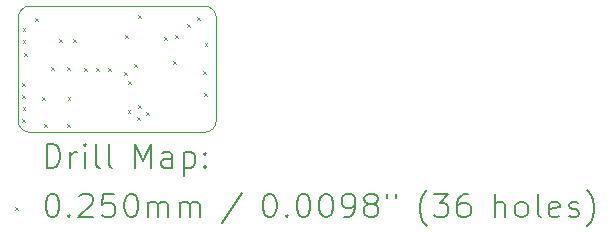
<source format=gbr>
%TF.GenerationSoftware,KiCad,Pcbnew,(7.0.0-0)*%
%TF.CreationDate,2023-11-27T20:18:29+08:00*%
%TF.ProjectId,Revolute,5265766f-6c75-4746-952e-6b696361645f,rev?*%
%TF.SameCoordinates,Original*%
%TF.FileFunction,Drillmap*%
%TF.FilePolarity,Positive*%
%FSLAX45Y45*%
G04 Gerber Fmt 4.5, Leading zero omitted, Abs format (unit mm)*
G04 Created by KiCad (PCBNEW (7.0.0-0)) date 2023-11-27 20:18:29*
%MOMM*%
%LPD*%
G01*
G04 APERTURE LIST*
%ADD10C,0.100000*%
%ADD11C,0.050000*%
%ADD12C,0.200000*%
%ADD13C,0.025000*%
G04 APERTURE END LIST*
D10*
X18177000Y-8235000D02*
X16700000Y-8235000D01*
D11*
X16700000Y-8235000D02*
G75*
G03*
X16600000Y-8335000I0J-100000D01*
G01*
X18277000Y-8335000D02*
G75*
G03*
X18177000Y-8235000I-100000J0D01*
G01*
D10*
X16700000Y-9305000D02*
X18177000Y-9305000D01*
X18277000Y-9040000D02*
X18277000Y-9205000D01*
D11*
X18177000Y-9305000D02*
G75*
G03*
X18277000Y-9205000I0J100000D01*
G01*
D10*
X16600000Y-9205000D02*
X16600000Y-8335000D01*
X18277000Y-9040000D02*
X18277000Y-8335000D01*
D11*
X16600000Y-9205000D02*
G75*
G03*
X16700000Y-9305000I100000J0D01*
G01*
D12*
D13*
X16635500Y-8888500D02*
X16660500Y-8913500D01*
X16660500Y-8888500D02*
X16635500Y-8913500D01*
X16635500Y-8990500D02*
X16660500Y-9015500D01*
X16660500Y-8990500D02*
X16635500Y-9015500D01*
X16635500Y-9192500D02*
X16660500Y-9217500D01*
X16660500Y-9192500D02*
X16635500Y-9217500D01*
X16636500Y-8417500D02*
X16661500Y-8442500D01*
X16661500Y-8417500D02*
X16636500Y-8442500D01*
X16636500Y-8519500D02*
X16661500Y-8544500D01*
X16661500Y-8519500D02*
X16636500Y-8544500D01*
X16636500Y-9089500D02*
X16661500Y-9114500D01*
X16661500Y-9089500D02*
X16636500Y-9114500D01*
X16648500Y-8635500D02*
X16673500Y-8660500D01*
X16673500Y-8635500D02*
X16648500Y-8660500D01*
X16743219Y-8339500D02*
X16768219Y-8364500D01*
X16768219Y-8339500D02*
X16743219Y-8364500D01*
X16805500Y-9002500D02*
X16830500Y-9027500D01*
X16830500Y-9002500D02*
X16805500Y-9027500D01*
X16819500Y-9235500D02*
X16844500Y-9260500D01*
X16844500Y-9235500D02*
X16819500Y-9260500D01*
X16875500Y-8754500D02*
X16900500Y-8779500D01*
X16900500Y-8754500D02*
X16875500Y-8779500D01*
X16948500Y-8513500D02*
X16973500Y-8538500D01*
X16973500Y-8513500D02*
X16948500Y-8538500D01*
X17009500Y-9235500D02*
X17034500Y-9260500D01*
X17034500Y-9235500D02*
X17009500Y-9260500D01*
X17016213Y-8754213D02*
X17041213Y-8779213D01*
X17041213Y-8754213D02*
X17016213Y-8779213D01*
X17017500Y-9003500D02*
X17042500Y-9028500D01*
X17042500Y-9003500D02*
X17017500Y-9028500D01*
X17060500Y-8516500D02*
X17085500Y-8541500D01*
X17085500Y-8516500D02*
X17060500Y-8541500D01*
X17157500Y-8757500D02*
X17182500Y-8782500D01*
X17182500Y-8757500D02*
X17157500Y-8782500D01*
X17257500Y-8757500D02*
X17282500Y-8782500D01*
X17282500Y-8757500D02*
X17257500Y-8782500D01*
X17357500Y-8757500D02*
X17382500Y-8782500D01*
X17382500Y-8757500D02*
X17357500Y-8782500D01*
X17495500Y-8795500D02*
X17520500Y-8820500D01*
X17520500Y-8795500D02*
X17495500Y-8820500D01*
X17500500Y-8478500D02*
X17525500Y-8503500D01*
X17525500Y-8478500D02*
X17500500Y-8503500D01*
X17525500Y-9113500D02*
X17550500Y-9138500D01*
X17550500Y-9113500D02*
X17525500Y-9138500D01*
X17531278Y-8869500D02*
X17556278Y-8894500D01*
X17556278Y-8869500D02*
X17531278Y-8894500D01*
X17578500Y-8726500D02*
X17603500Y-8751500D01*
X17603500Y-8726500D02*
X17578500Y-8751500D01*
X17604500Y-9178500D02*
X17629500Y-9203500D01*
X17629500Y-9178500D02*
X17604500Y-9203500D01*
X17611500Y-9076500D02*
X17636500Y-9101500D01*
X17636500Y-9076500D02*
X17611500Y-9101500D01*
X17614500Y-8309500D02*
X17639500Y-8334500D01*
X17639500Y-8309500D02*
X17614500Y-8334500D01*
X17683500Y-9130500D02*
X17708500Y-9155500D01*
X17708500Y-9130500D02*
X17683500Y-9155500D01*
X17834500Y-8494500D02*
X17859500Y-8519500D01*
X17859500Y-8494500D02*
X17834500Y-8519500D01*
X17912500Y-8699500D02*
X17937500Y-8724500D01*
X17937500Y-8699500D02*
X17912500Y-8724500D01*
X17926778Y-8482713D02*
X17951778Y-8507713D01*
X17951778Y-8482713D02*
X17926778Y-8507713D01*
X18029500Y-8385500D02*
X18054500Y-8410500D01*
X18054500Y-8385500D02*
X18029500Y-8410500D01*
X18115500Y-8329500D02*
X18140500Y-8354500D01*
X18140500Y-8329500D02*
X18115500Y-8354500D01*
X18163500Y-8783500D02*
X18188500Y-8808500D01*
X18188500Y-8783500D02*
X18163500Y-8808500D01*
X18173500Y-8974500D02*
X18198500Y-8999500D01*
X18198500Y-8974500D02*
X18173500Y-8999500D01*
X18177500Y-8549500D02*
X18202500Y-8574500D01*
X18202500Y-8549500D02*
X18177500Y-8574500D01*
D12*
X16842619Y-9603476D02*
X16842619Y-9403476D01*
X16842619Y-9403476D02*
X16890238Y-9403476D01*
X16890238Y-9403476D02*
X16918810Y-9413000D01*
X16918810Y-9413000D02*
X16937857Y-9432048D01*
X16937857Y-9432048D02*
X16947381Y-9451095D01*
X16947381Y-9451095D02*
X16956905Y-9489190D01*
X16956905Y-9489190D02*
X16956905Y-9517762D01*
X16956905Y-9517762D02*
X16947381Y-9555857D01*
X16947381Y-9555857D02*
X16937857Y-9574905D01*
X16937857Y-9574905D02*
X16918810Y-9593952D01*
X16918810Y-9593952D02*
X16890238Y-9603476D01*
X16890238Y-9603476D02*
X16842619Y-9603476D01*
X17042619Y-9603476D02*
X17042619Y-9470143D01*
X17042619Y-9508238D02*
X17052143Y-9489190D01*
X17052143Y-9489190D02*
X17061667Y-9479667D01*
X17061667Y-9479667D02*
X17080714Y-9470143D01*
X17080714Y-9470143D02*
X17099762Y-9470143D01*
X17166429Y-9603476D02*
X17166429Y-9470143D01*
X17166429Y-9403476D02*
X17156905Y-9413000D01*
X17156905Y-9413000D02*
X17166429Y-9422524D01*
X17166429Y-9422524D02*
X17175952Y-9413000D01*
X17175952Y-9413000D02*
X17166429Y-9403476D01*
X17166429Y-9403476D02*
X17166429Y-9422524D01*
X17290238Y-9603476D02*
X17271190Y-9593952D01*
X17271190Y-9593952D02*
X17261667Y-9574905D01*
X17261667Y-9574905D02*
X17261667Y-9403476D01*
X17395000Y-9603476D02*
X17375952Y-9593952D01*
X17375952Y-9593952D02*
X17366429Y-9574905D01*
X17366429Y-9574905D02*
X17366429Y-9403476D01*
X17591190Y-9603476D02*
X17591190Y-9403476D01*
X17591190Y-9403476D02*
X17657857Y-9546333D01*
X17657857Y-9546333D02*
X17724524Y-9403476D01*
X17724524Y-9403476D02*
X17724524Y-9603476D01*
X17905476Y-9603476D02*
X17905476Y-9498714D01*
X17905476Y-9498714D02*
X17895952Y-9479667D01*
X17895952Y-9479667D02*
X17876905Y-9470143D01*
X17876905Y-9470143D02*
X17838809Y-9470143D01*
X17838809Y-9470143D02*
X17819762Y-9479667D01*
X17905476Y-9593952D02*
X17886429Y-9603476D01*
X17886429Y-9603476D02*
X17838809Y-9603476D01*
X17838809Y-9603476D02*
X17819762Y-9593952D01*
X17819762Y-9593952D02*
X17810238Y-9574905D01*
X17810238Y-9574905D02*
X17810238Y-9555857D01*
X17810238Y-9555857D02*
X17819762Y-9536810D01*
X17819762Y-9536810D02*
X17838809Y-9527286D01*
X17838809Y-9527286D02*
X17886429Y-9527286D01*
X17886429Y-9527286D02*
X17905476Y-9517762D01*
X18000714Y-9470143D02*
X18000714Y-9670143D01*
X18000714Y-9479667D02*
X18019762Y-9470143D01*
X18019762Y-9470143D02*
X18057857Y-9470143D01*
X18057857Y-9470143D02*
X18076905Y-9479667D01*
X18076905Y-9479667D02*
X18086429Y-9489190D01*
X18086429Y-9489190D02*
X18095952Y-9508238D01*
X18095952Y-9508238D02*
X18095952Y-9565381D01*
X18095952Y-9565381D02*
X18086429Y-9584429D01*
X18086429Y-9584429D02*
X18076905Y-9593952D01*
X18076905Y-9593952D02*
X18057857Y-9603476D01*
X18057857Y-9603476D02*
X18019762Y-9603476D01*
X18019762Y-9603476D02*
X18000714Y-9593952D01*
X18181667Y-9584429D02*
X18191190Y-9593952D01*
X18191190Y-9593952D02*
X18181667Y-9603476D01*
X18181667Y-9603476D02*
X18172143Y-9593952D01*
X18172143Y-9593952D02*
X18181667Y-9584429D01*
X18181667Y-9584429D02*
X18181667Y-9603476D01*
X18181667Y-9479667D02*
X18191190Y-9489190D01*
X18191190Y-9489190D02*
X18181667Y-9498714D01*
X18181667Y-9498714D02*
X18172143Y-9489190D01*
X18172143Y-9489190D02*
X18181667Y-9479667D01*
X18181667Y-9479667D02*
X18181667Y-9498714D01*
D13*
X16570000Y-9937500D02*
X16595000Y-9962500D01*
X16595000Y-9937500D02*
X16570000Y-9962500D01*
D12*
X16880714Y-9823476D02*
X16899762Y-9823476D01*
X16899762Y-9823476D02*
X16918810Y-9833000D01*
X16918810Y-9833000D02*
X16928333Y-9842524D01*
X16928333Y-9842524D02*
X16937857Y-9861571D01*
X16937857Y-9861571D02*
X16947381Y-9899667D01*
X16947381Y-9899667D02*
X16947381Y-9947286D01*
X16947381Y-9947286D02*
X16937857Y-9985381D01*
X16937857Y-9985381D02*
X16928333Y-10004429D01*
X16928333Y-10004429D02*
X16918810Y-10013952D01*
X16918810Y-10013952D02*
X16899762Y-10023476D01*
X16899762Y-10023476D02*
X16880714Y-10023476D01*
X16880714Y-10023476D02*
X16861667Y-10013952D01*
X16861667Y-10013952D02*
X16852143Y-10004429D01*
X16852143Y-10004429D02*
X16842619Y-9985381D01*
X16842619Y-9985381D02*
X16833095Y-9947286D01*
X16833095Y-9947286D02*
X16833095Y-9899667D01*
X16833095Y-9899667D02*
X16842619Y-9861571D01*
X16842619Y-9861571D02*
X16852143Y-9842524D01*
X16852143Y-9842524D02*
X16861667Y-9833000D01*
X16861667Y-9833000D02*
X16880714Y-9823476D01*
X17033095Y-10004429D02*
X17042619Y-10013952D01*
X17042619Y-10013952D02*
X17033095Y-10023476D01*
X17033095Y-10023476D02*
X17023571Y-10013952D01*
X17023571Y-10013952D02*
X17033095Y-10004429D01*
X17033095Y-10004429D02*
X17033095Y-10023476D01*
X17118810Y-9842524D02*
X17128333Y-9833000D01*
X17128333Y-9833000D02*
X17147381Y-9823476D01*
X17147381Y-9823476D02*
X17195000Y-9823476D01*
X17195000Y-9823476D02*
X17214048Y-9833000D01*
X17214048Y-9833000D02*
X17223571Y-9842524D01*
X17223571Y-9842524D02*
X17233095Y-9861571D01*
X17233095Y-9861571D02*
X17233095Y-9880619D01*
X17233095Y-9880619D02*
X17223571Y-9909190D01*
X17223571Y-9909190D02*
X17109286Y-10023476D01*
X17109286Y-10023476D02*
X17233095Y-10023476D01*
X17414048Y-9823476D02*
X17318810Y-9823476D01*
X17318810Y-9823476D02*
X17309286Y-9918714D01*
X17309286Y-9918714D02*
X17318810Y-9909190D01*
X17318810Y-9909190D02*
X17337857Y-9899667D01*
X17337857Y-9899667D02*
X17385476Y-9899667D01*
X17385476Y-9899667D02*
X17404524Y-9909190D01*
X17404524Y-9909190D02*
X17414048Y-9918714D01*
X17414048Y-9918714D02*
X17423571Y-9937762D01*
X17423571Y-9937762D02*
X17423571Y-9985381D01*
X17423571Y-9985381D02*
X17414048Y-10004429D01*
X17414048Y-10004429D02*
X17404524Y-10013952D01*
X17404524Y-10013952D02*
X17385476Y-10023476D01*
X17385476Y-10023476D02*
X17337857Y-10023476D01*
X17337857Y-10023476D02*
X17318810Y-10013952D01*
X17318810Y-10013952D02*
X17309286Y-10004429D01*
X17547381Y-9823476D02*
X17566429Y-9823476D01*
X17566429Y-9823476D02*
X17585476Y-9833000D01*
X17585476Y-9833000D02*
X17595000Y-9842524D01*
X17595000Y-9842524D02*
X17604524Y-9861571D01*
X17604524Y-9861571D02*
X17614048Y-9899667D01*
X17614048Y-9899667D02*
X17614048Y-9947286D01*
X17614048Y-9947286D02*
X17604524Y-9985381D01*
X17604524Y-9985381D02*
X17595000Y-10004429D01*
X17595000Y-10004429D02*
X17585476Y-10013952D01*
X17585476Y-10013952D02*
X17566429Y-10023476D01*
X17566429Y-10023476D02*
X17547381Y-10023476D01*
X17547381Y-10023476D02*
X17528333Y-10013952D01*
X17528333Y-10013952D02*
X17518810Y-10004429D01*
X17518810Y-10004429D02*
X17509286Y-9985381D01*
X17509286Y-9985381D02*
X17499762Y-9947286D01*
X17499762Y-9947286D02*
X17499762Y-9899667D01*
X17499762Y-9899667D02*
X17509286Y-9861571D01*
X17509286Y-9861571D02*
X17518810Y-9842524D01*
X17518810Y-9842524D02*
X17528333Y-9833000D01*
X17528333Y-9833000D02*
X17547381Y-9823476D01*
X17699762Y-10023476D02*
X17699762Y-9890143D01*
X17699762Y-9909190D02*
X17709286Y-9899667D01*
X17709286Y-9899667D02*
X17728333Y-9890143D01*
X17728333Y-9890143D02*
X17756905Y-9890143D01*
X17756905Y-9890143D02*
X17775952Y-9899667D01*
X17775952Y-9899667D02*
X17785476Y-9918714D01*
X17785476Y-9918714D02*
X17785476Y-10023476D01*
X17785476Y-9918714D02*
X17795000Y-9899667D01*
X17795000Y-9899667D02*
X17814048Y-9890143D01*
X17814048Y-9890143D02*
X17842619Y-9890143D01*
X17842619Y-9890143D02*
X17861667Y-9899667D01*
X17861667Y-9899667D02*
X17871191Y-9918714D01*
X17871191Y-9918714D02*
X17871191Y-10023476D01*
X17966429Y-10023476D02*
X17966429Y-9890143D01*
X17966429Y-9909190D02*
X17975952Y-9899667D01*
X17975952Y-9899667D02*
X17995000Y-9890143D01*
X17995000Y-9890143D02*
X18023572Y-9890143D01*
X18023572Y-9890143D02*
X18042619Y-9899667D01*
X18042619Y-9899667D02*
X18052143Y-9918714D01*
X18052143Y-9918714D02*
X18052143Y-10023476D01*
X18052143Y-9918714D02*
X18061667Y-9899667D01*
X18061667Y-9899667D02*
X18080714Y-9890143D01*
X18080714Y-9890143D02*
X18109286Y-9890143D01*
X18109286Y-9890143D02*
X18128333Y-9899667D01*
X18128333Y-9899667D02*
X18137857Y-9918714D01*
X18137857Y-9918714D02*
X18137857Y-10023476D01*
X18495952Y-9813952D02*
X18324524Y-10071095D01*
X18720714Y-9823476D02*
X18739762Y-9823476D01*
X18739762Y-9823476D02*
X18758810Y-9833000D01*
X18758810Y-9833000D02*
X18768333Y-9842524D01*
X18768333Y-9842524D02*
X18777857Y-9861571D01*
X18777857Y-9861571D02*
X18787381Y-9899667D01*
X18787381Y-9899667D02*
X18787381Y-9947286D01*
X18787381Y-9947286D02*
X18777857Y-9985381D01*
X18777857Y-9985381D02*
X18768333Y-10004429D01*
X18768333Y-10004429D02*
X18758810Y-10013952D01*
X18758810Y-10013952D02*
X18739762Y-10023476D01*
X18739762Y-10023476D02*
X18720714Y-10023476D01*
X18720714Y-10023476D02*
X18701667Y-10013952D01*
X18701667Y-10013952D02*
X18692143Y-10004429D01*
X18692143Y-10004429D02*
X18682619Y-9985381D01*
X18682619Y-9985381D02*
X18673095Y-9947286D01*
X18673095Y-9947286D02*
X18673095Y-9899667D01*
X18673095Y-9899667D02*
X18682619Y-9861571D01*
X18682619Y-9861571D02*
X18692143Y-9842524D01*
X18692143Y-9842524D02*
X18701667Y-9833000D01*
X18701667Y-9833000D02*
X18720714Y-9823476D01*
X18873095Y-10004429D02*
X18882619Y-10013952D01*
X18882619Y-10013952D02*
X18873095Y-10023476D01*
X18873095Y-10023476D02*
X18863572Y-10013952D01*
X18863572Y-10013952D02*
X18873095Y-10004429D01*
X18873095Y-10004429D02*
X18873095Y-10023476D01*
X19006429Y-9823476D02*
X19025476Y-9823476D01*
X19025476Y-9823476D02*
X19044524Y-9833000D01*
X19044524Y-9833000D02*
X19054048Y-9842524D01*
X19054048Y-9842524D02*
X19063572Y-9861571D01*
X19063572Y-9861571D02*
X19073095Y-9899667D01*
X19073095Y-9899667D02*
X19073095Y-9947286D01*
X19073095Y-9947286D02*
X19063572Y-9985381D01*
X19063572Y-9985381D02*
X19054048Y-10004429D01*
X19054048Y-10004429D02*
X19044524Y-10013952D01*
X19044524Y-10013952D02*
X19025476Y-10023476D01*
X19025476Y-10023476D02*
X19006429Y-10023476D01*
X19006429Y-10023476D02*
X18987381Y-10013952D01*
X18987381Y-10013952D02*
X18977857Y-10004429D01*
X18977857Y-10004429D02*
X18968333Y-9985381D01*
X18968333Y-9985381D02*
X18958810Y-9947286D01*
X18958810Y-9947286D02*
X18958810Y-9899667D01*
X18958810Y-9899667D02*
X18968333Y-9861571D01*
X18968333Y-9861571D02*
X18977857Y-9842524D01*
X18977857Y-9842524D02*
X18987381Y-9833000D01*
X18987381Y-9833000D02*
X19006429Y-9823476D01*
X19196905Y-9823476D02*
X19215953Y-9823476D01*
X19215953Y-9823476D02*
X19235000Y-9833000D01*
X19235000Y-9833000D02*
X19244524Y-9842524D01*
X19244524Y-9842524D02*
X19254048Y-9861571D01*
X19254048Y-9861571D02*
X19263572Y-9899667D01*
X19263572Y-9899667D02*
X19263572Y-9947286D01*
X19263572Y-9947286D02*
X19254048Y-9985381D01*
X19254048Y-9985381D02*
X19244524Y-10004429D01*
X19244524Y-10004429D02*
X19235000Y-10013952D01*
X19235000Y-10013952D02*
X19215953Y-10023476D01*
X19215953Y-10023476D02*
X19196905Y-10023476D01*
X19196905Y-10023476D02*
X19177857Y-10013952D01*
X19177857Y-10013952D02*
X19168333Y-10004429D01*
X19168333Y-10004429D02*
X19158810Y-9985381D01*
X19158810Y-9985381D02*
X19149286Y-9947286D01*
X19149286Y-9947286D02*
X19149286Y-9899667D01*
X19149286Y-9899667D02*
X19158810Y-9861571D01*
X19158810Y-9861571D02*
X19168333Y-9842524D01*
X19168333Y-9842524D02*
X19177857Y-9833000D01*
X19177857Y-9833000D02*
X19196905Y-9823476D01*
X19358810Y-10023476D02*
X19396905Y-10023476D01*
X19396905Y-10023476D02*
X19415953Y-10013952D01*
X19415953Y-10013952D02*
X19425476Y-10004429D01*
X19425476Y-10004429D02*
X19444524Y-9975857D01*
X19444524Y-9975857D02*
X19454048Y-9937762D01*
X19454048Y-9937762D02*
X19454048Y-9861571D01*
X19454048Y-9861571D02*
X19444524Y-9842524D01*
X19444524Y-9842524D02*
X19435000Y-9833000D01*
X19435000Y-9833000D02*
X19415953Y-9823476D01*
X19415953Y-9823476D02*
X19377857Y-9823476D01*
X19377857Y-9823476D02*
X19358810Y-9833000D01*
X19358810Y-9833000D02*
X19349286Y-9842524D01*
X19349286Y-9842524D02*
X19339762Y-9861571D01*
X19339762Y-9861571D02*
X19339762Y-9909190D01*
X19339762Y-9909190D02*
X19349286Y-9928238D01*
X19349286Y-9928238D02*
X19358810Y-9937762D01*
X19358810Y-9937762D02*
X19377857Y-9947286D01*
X19377857Y-9947286D02*
X19415953Y-9947286D01*
X19415953Y-9947286D02*
X19435000Y-9937762D01*
X19435000Y-9937762D02*
X19444524Y-9928238D01*
X19444524Y-9928238D02*
X19454048Y-9909190D01*
X19568333Y-9909190D02*
X19549286Y-9899667D01*
X19549286Y-9899667D02*
X19539762Y-9890143D01*
X19539762Y-9890143D02*
X19530238Y-9871095D01*
X19530238Y-9871095D02*
X19530238Y-9861571D01*
X19530238Y-9861571D02*
X19539762Y-9842524D01*
X19539762Y-9842524D02*
X19549286Y-9833000D01*
X19549286Y-9833000D02*
X19568333Y-9823476D01*
X19568333Y-9823476D02*
X19606429Y-9823476D01*
X19606429Y-9823476D02*
X19625476Y-9833000D01*
X19625476Y-9833000D02*
X19635000Y-9842524D01*
X19635000Y-9842524D02*
X19644524Y-9861571D01*
X19644524Y-9861571D02*
X19644524Y-9871095D01*
X19644524Y-9871095D02*
X19635000Y-9890143D01*
X19635000Y-9890143D02*
X19625476Y-9899667D01*
X19625476Y-9899667D02*
X19606429Y-9909190D01*
X19606429Y-9909190D02*
X19568333Y-9909190D01*
X19568333Y-9909190D02*
X19549286Y-9918714D01*
X19549286Y-9918714D02*
X19539762Y-9928238D01*
X19539762Y-9928238D02*
X19530238Y-9947286D01*
X19530238Y-9947286D02*
X19530238Y-9985381D01*
X19530238Y-9985381D02*
X19539762Y-10004429D01*
X19539762Y-10004429D02*
X19549286Y-10013952D01*
X19549286Y-10013952D02*
X19568333Y-10023476D01*
X19568333Y-10023476D02*
X19606429Y-10023476D01*
X19606429Y-10023476D02*
X19625476Y-10013952D01*
X19625476Y-10013952D02*
X19635000Y-10004429D01*
X19635000Y-10004429D02*
X19644524Y-9985381D01*
X19644524Y-9985381D02*
X19644524Y-9947286D01*
X19644524Y-9947286D02*
X19635000Y-9928238D01*
X19635000Y-9928238D02*
X19625476Y-9918714D01*
X19625476Y-9918714D02*
X19606429Y-9909190D01*
X19720714Y-9823476D02*
X19720714Y-9861571D01*
X19796905Y-9823476D02*
X19796905Y-9861571D01*
X20059762Y-10099667D02*
X20050238Y-10090143D01*
X20050238Y-10090143D02*
X20031191Y-10061571D01*
X20031191Y-10061571D02*
X20021667Y-10042524D01*
X20021667Y-10042524D02*
X20012143Y-10013952D01*
X20012143Y-10013952D02*
X20002619Y-9966333D01*
X20002619Y-9966333D02*
X20002619Y-9928238D01*
X20002619Y-9928238D02*
X20012143Y-9880619D01*
X20012143Y-9880619D02*
X20021667Y-9852048D01*
X20021667Y-9852048D02*
X20031191Y-9833000D01*
X20031191Y-9833000D02*
X20050238Y-9804429D01*
X20050238Y-9804429D02*
X20059762Y-9794905D01*
X20116905Y-9823476D02*
X20240714Y-9823476D01*
X20240714Y-9823476D02*
X20174048Y-9899667D01*
X20174048Y-9899667D02*
X20202619Y-9899667D01*
X20202619Y-9899667D02*
X20221667Y-9909190D01*
X20221667Y-9909190D02*
X20231191Y-9918714D01*
X20231191Y-9918714D02*
X20240714Y-9937762D01*
X20240714Y-9937762D02*
X20240714Y-9985381D01*
X20240714Y-9985381D02*
X20231191Y-10004429D01*
X20231191Y-10004429D02*
X20221667Y-10013952D01*
X20221667Y-10013952D02*
X20202619Y-10023476D01*
X20202619Y-10023476D02*
X20145476Y-10023476D01*
X20145476Y-10023476D02*
X20126429Y-10013952D01*
X20126429Y-10013952D02*
X20116905Y-10004429D01*
X20412143Y-9823476D02*
X20374048Y-9823476D01*
X20374048Y-9823476D02*
X20355000Y-9833000D01*
X20355000Y-9833000D02*
X20345476Y-9842524D01*
X20345476Y-9842524D02*
X20326429Y-9871095D01*
X20326429Y-9871095D02*
X20316905Y-9909190D01*
X20316905Y-9909190D02*
X20316905Y-9985381D01*
X20316905Y-9985381D02*
X20326429Y-10004429D01*
X20326429Y-10004429D02*
X20335953Y-10013952D01*
X20335953Y-10013952D02*
X20355000Y-10023476D01*
X20355000Y-10023476D02*
X20393095Y-10023476D01*
X20393095Y-10023476D02*
X20412143Y-10013952D01*
X20412143Y-10013952D02*
X20421667Y-10004429D01*
X20421667Y-10004429D02*
X20431191Y-9985381D01*
X20431191Y-9985381D02*
X20431191Y-9937762D01*
X20431191Y-9937762D02*
X20421667Y-9918714D01*
X20421667Y-9918714D02*
X20412143Y-9909190D01*
X20412143Y-9909190D02*
X20393095Y-9899667D01*
X20393095Y-9899667D02*
X20355000Y-9899667D01*
X20355000Y-9899667D02*
X20335953Y-9909190D01*
X20335953Y-9909190D02*
X20326429Y-9918714D01*
X20326429Y-9918714D02*
X20316905Y-9937762D01*
X20636905Y-10023476D02*
X20636905Y-9823476D01*
X20722619Y-10023476D02*
X20722619Y-9918714D01*
X20722619Y-9918714D02*
X20713095Y-9899667D01*
X20713095Y-9899667D02*
X20694048Y-9890143D01*
X20694048Y-9890143D02*
X20665476Y-9890143D01*
X20665476Y-9890143D02*
X20646429Y-9899667D01*
X20646429Y-9899667D02*
X20636905Y-9909190D01*
X20846429Y-10023476D02*
X20827381Y-10013952D01*
X20827381Y-10013952D02*
X20817857Y-10004429D01*
X20817857Y-10004429D02*
X20808334Y-9985381D01*
X20808334Y-9985381D02*
X20808334Y-9928238D01*
X20808334Y-9928238D02*
X20817857Y-9909190D01*
X20817857Y-9909190D02*
X20827381Y-9899667D01*
X20827381Y-9899667D02*
X20846429Y-9890143D01*
X20846429Y-9890143D02*
X20875000Y-9890143D01*
X20875000Y-9890143D02*
X20894048Y-9899667D01*
X20894048Y-9899667D02*
X20903572Y-9909190D01*
X20903572Y-9909190D02*
X20913095Y-9928238D01*
X20913095Y-9928238D02*
X20913095Y-9985381D01*
X20913095Y-9985381D02*
X20903572Y-10004429D01*
X20903572Y-10004429D02*
X20894048Y-10013952D01*
X20894048Y-10013952D02*
X20875000Y-10023476D01*
X20875000Y-10023476D02*
X20846429Y-10023476D01*
X21027381Y-10023476D02*
X21008334Y-10013952D01*
X21008334Y-10013952D02*
X20998810Y-9994905D01*
X20998810Y-9994905D02*
X20998810Y-9823476D01*
X21179762Y-10013952D02*
X21160715Y-10023476D01*
X21160715Y-10023476D02*
X21122619Y-10023476D01*
X21122619Y-10023476D02*
X21103572Y-10013952D01*
X21103572Y-10013952D02*
X21094048Y-9994905D01*
X21094048Y-9994905D02*
X21094048Y-9918714D01*
X21094048Y-9918714D02*
X21103572Y-9899667D01*
X21103572Y-9899667D02*
X21122619Y-9890143D01*
X21122619Y-9890143D02*
X21160715Y-9890143D01*
X21160715Y-9890143D02*
X21179762Y-9899667D01*
X21179762Y-9899667D02*
X21189286Y-9918714D01*
X21189286Y-9918714D02*
X21189286Y-9937762D01*
X21189286Y-9937762D02*
X21094048Y-9956810D01*
X21265476Y-10013952D02*
X21284524Y-10023476D01*
X21284524Y-10023476D02*
X21322619Y-10023476D01*
X21322619Y-10023476D02*
X21341667Y-10013952D01*
X21341667Y-10013952D02*
X21351191Y-9994905D01*
X21351191Y-9994905D02*
X21351191Y-9985381D01*
X21351191Y-9985381D02*
X21341667Y-9966333D01*
X21341667Y-9966333D02*
X21322619Y-9956810D01*
X21322619Y-9956810D02*
X21294048Y-9956810D01*
X21294048Y-9956810D02*
X21275000Y-9947286D01*
X21275000Y-9947286D02*
X21265476Y-9928238D01*
X21265476Y-9928238D02*
X21265476Y-9918714D01*
X21265476Y-9918714D02*
X21275000Y-9899667D01*
X21275000Y-9899667D02*
X21294048Y-9890143D01*
X21294048Y-9890143D02*
X21322619Y-9890143D01*
X21322619Y-9890143D02*
X21341667Y-9899667D01*
X21417857Y-10099667D02*
X21427381Y-10090143D01*
X21427381Y-10090143D02*
X21446429Y-10061571D01*
X21446429Y-10061571D02*
X21455953Y-10042524D01*
X21455953Y-10042524D02*
X21465476Y-10013952D01*
X21465476Y-10013952D02*
X21475000Y-9966333D01*
X21475000Y-9966333D02*
X21475000Y-9928238D01*
X21475000Y-9928238D02*
X21465476Y-9880619D01*
X21465476Y-9880619D02*
X21455953Y-9852048D01*
X21455953Y-9852048D02*
X21446429Y-9833000D01*
X21446429Y-9833000D02*
X21427381Y-9804429D01*
X21427381Y-9804429D02*
X21417857Y-9794905D01*
M02*

</source>
